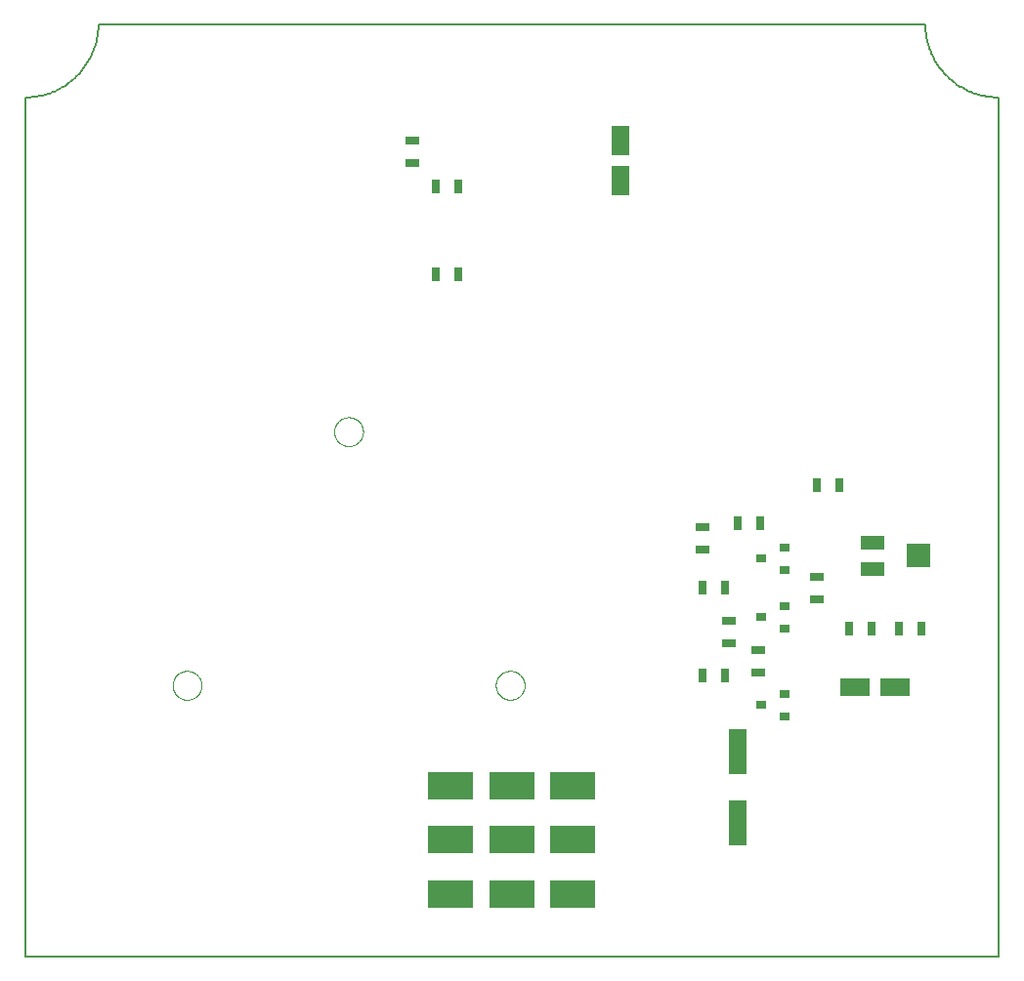
<source format=gtp>
G75*
%MOIN*%
%OFA0B0*%
%FSLAX25Y25*%
%IPPOS*%
%LPD*%
%AMOC8*
5,1,8,0,0,1.08239X$1,22.5*
%
%ADD10C,0.00500*%
%ADD11R,0.09843X0.06299*%
%ADD12R,0.02756X0.05118*%
%ADD13R,0.03543X0.03150*%
%ADD14R,0.05118X0.02756*%
%ADD15R,0.06299X0.15748*%
%ADD16C,0.00000*%
%ADD17R,0.06299X0.09843*%
%ADD18R,0.07874X0.07874*%
%ADD19R,0.07874X0.05118*%
%ADD20R,0.15700X0.09800*%
D10*
X0001250Y0001250D02*
X0001250Y0294750D01*
X0001854Y0294757D01*
X0002458Y0294779D01*
X0003061Y0294816D01*
X0003663Y0294867D01*
X0004263Y0294932D01*
X0004862Y0295012D01*
X0005459Y0295107D01*
X0006053Y0295216D01*
X0006645Y0295339D01*
X0007233Y0295476D01*
X0007818Y0295628D01*
X0008399Y0295794D01*
X0008975Y0295974D01*
X0009548Y0296167D01*
X0010115Y0296375D01*
X0010677Y0296596D01*
X0011234Y0296830D01*
X0011785Y0297078D01*
X0012330Y0297339D01*
X0012868Y0297614D01*
X0013400Y0297901D01*
X0013924Y0298201D01*
X0014441Y0298513D01*
X0014950Y0298838D01*
X0015452Y0299175D01*
X0015945Y0299525D01*
X0016429Y0299886D01*
X0016905Y0300258D01*
X0017371Y0300642D01*
X0017828Y0301037D01*
X0018275Y0301443D01*
X0018713Y0301860D01*
X0019140Y0302287D01*
X0019557Y0302725D01*
X0019963Y0303172D01*
X0020358Y0303629D01*
X0020742Y0304095D01*
X0021114Y0304571D01*
X0021475Y0305055D01*
X0021825Y0305548D01*
X0022162Y0306050D01*
X0022487Y0306559D01*
X0022799Y0307076D01*
X0023099Y0307600D01*
X0023386Y0308132D01*
X0023661Y0308670D01*
X0023922Y0309215D01*
X0024170Y0309766D01*
X0024404Y0310323D01*
X0024625Y0310885D01*
X0024833Y0311452D01*
X0025026Y0312025D01*
X0025206Y0312601D01*
X0025372Y0313182D01*
X0025524Y0313767D01*
X0025661Y0314355D01*
X0025784Y0314947D01*
X0025893Y0315541D01*
X0025988Y0316138D01*
X0026068Y0316737D01*
X0026133Y0317337D01*
X0026184Y0317939D01*
X0026221Y0318542D01*
X0026243Y0319146D01*
X0026250Y0319750D01*
X0308350Y0319750D01*
X0308357Y0319146D01*
X0308379Y0318542D01*
X0308416Y0317939D01*
X0308467Y0317337D01*
X0308532Y0316737D01*
X0308612Y0316138D01*
X0308707Y0315541D01*
X0308816Y0314947D01*
X0308939Y0314355D01*
X0309076Y0313767D01*
X0309228Y0313182D01*
X0309394Y0312601D01*
X0309574Y0312025D01*
X0309767Y0311452D01*
X0309975Y0310885D01*
X0310196Y0310323D01*
X0310430Y0309766D01*
X0310678Y0309215D01*
X0310939Y0308670D01*
X0311214Y0308132D01*
X0311501Y0307600D01*
X0311801Y0307076D01*
X0312113Y0306559D01*
X0312438Y0306050D01*
X0312775Y0305548D01*
X0313125Y0305055D01*
X0313486Y0304571D01*
X0313858Y0304095D01*
X0314242Y0303629D01*
X0314637Y0303172D01*
X0315043Y0302725D01*
X0315460Y0302287D01*
X0315887Y0301860D01*
X0316325Y0301443D01*
X0316772Y0301037D01*
X0317229Y0300642D01*
X0317695Y0300258D01*
X0318171Y0299886D01*
X0318655Y0299525D01*
X0319148Y0299175D01*
X0319650Y0298838D01*
X0320159Y0298513D01*
X0320676Y0298201D01*
X0321200Y0297901D01*
X0321732Y0297614D01*
X0322270Y0297339D01*
X0322815Y0297078D01*
X0323366Y0296830D01*
X0323923Y0296596D01*
X0324485Y0296375D01*
X0325052Y0296167D01*
X0325625Y0295974D01*
X0326201Y0295794D01*
X0326782Y0295628D01*
X0327367Y0295476D01*
X0327955Y0295339D01*
X0328547Y0295216D01*
X0329141Y0295107D01*
X0329738Y0295012D01*
X0330337Y0294932D01*
X0330937Y0294867D01*
X0331539Y0294816D01*
X0332142Y0294779D01*
X0332746Y0294757D01*
X0333350Y0294750D01*
X0333350Y0001250D01*
X0001250Y0001250D01*
D11*
X0284360Y0093250D03*
X0298140Y0093250D03*
D12*
X0299510Y0113250D03*
X0306990Y0113250D03*
X0289990Y0113250D03*
X0282510Y0113250D03*
X0251990Y0149250D03*
X0244510Y0149250D03*
X0239990Y0127250D03*
X0232510Y0127250D03*
X0232510Y0097250D03*
X0239990Y0097250D03*
X0271510Y0162250D03*
X0278990Y0162250D03*
X0148990Y0234250D03*
X0141510Y0234250D03*
X0141510Y0264250D03*
X0148990Y0264250D03*
D13*
X0260187Y0140990D03*
X0260187Y0133510D03*
X0252313Y0137250D03*
X0260187Y0120990D03*
X0260187Y0113510D03*
X0252313Y0117250D03*
X0260187Y0090990D03*
X0260187Y0083510D03*
X0252313Y0087250D03*
D14*
X0251250Y0098510D03*
X0251250Y0105990D03*
X0241250Y0108510D03*
X0241250Y0115990D03*
X0232250Y0140510D03*
X0232250Y0147990D03*
X0271250Y0130990D03*
X0271250Y0123510D03*
X0133250Y0272510D03*
X0133250Y0279990D03*
D15*
X0244250Y0071455D03*
X0244250Y0047045D03*
D16*
X0161809Y0093998D02*
X0161811Y0094138D01*
X0161817Y0094278D01*
X0161827Y0094417D01*
X0161841Y0094556D01*
X0161859Y0094695D01*
X0161880Y0094833D01*
X0161906Y0094971D01*
X0161936Y0095108D01*
X0161969Y0095243D01*
X0162007Y0095378D01*
X0162048Y0095512D01*
X0162093Y0095645D01*
X0162141Y0095776D01*
X0162194Y0095905D01*
X0162250Y0096034D01*
X0162309Y0096160D01*
X0162373Y0096285D01*
X0162439Y0096408D01*
X0162510Y0096529D01*
X0162583Y0096648D01*
X0162660Y0096765D01*
X0162741Y0096879D01*
X0162824Y0096991D01*
X0162911Y0097101D01*
X0163001Y0097209D01*
X0163093Y0097313D01*
X0163189Y0097415D01*
X0163288Y0097515D01*
X0163389Y0097611D01*
X0163493Y0097705D01*
X0163600Y0097795D01*
X0163709Y0097882D01*
X0163821Y0097967D01*
X0163935Y0098048D01*
X0164051Y0098126D01*
X0164169Y0098200D01*
X0164290Y0098271D01*
X0164412Y0098339D01*
X0164537Y0098403D01*
X0164663Y0098464D01*
X0164790Y0098521D01*
X0164920Y0098574D01*
X0165051Y0098624D01*
X0165183Y0098669D01*
X0165316Y0098712D01*
X0165451Y0098750D01*
X0165586Y0098784D01*
X0165723Y0098815D01*
X0165860Y0098842D01*
X0165998Y0098864D01*
X0166137Y0098883D01*
X0166276Y0098898D01*
X0166415Y0098909D01*
X0166555Y0098916D01*
X0166695Y0098919D01*
X0166835Y0098918D01*
X0166975Y0098913D01*
X0167114Y0098904D01*
X0167254Y0098891D01*
X0167393Y0098874D01*
X0167531Y0098853D01*
X0167669Y0098829D01*
X0167806Y0098800D01*
X0167942Y0098768D01*
X0168077Y0098731D01*
X0168211Y0098691D01*
X0168344Y0098647D01*
X0168475Y0098599D01*
X0168605Y0098548D01*
X0168734Y0098493D01*
X0168861Y0098434D01*
X0168986Y0098371D01*
X0169109Y0098306D01*
X0169231Y0098236D01*
X0169350Y0098163D01*
X0169468Y0098087D01*
X0169583Y0098008D01*
X0169696Y0097925D01*
X0169806Y0097839D01*
X0169914Y0097750D01*
X0170019Y0097658D01*
X0170122Y0097563D01*
X0170222Y0097465D01*
X0170319Y0097365D01*
X0170413Y0097261D01*
X0170505Y0097155D01*
X0170593Y0097047D01*
X0170678Y0096936D01*
X0170760Y0096822D01*
X0170839Y0096706D01*
X0170914Y0096589D01*
X0170986Y0096469D01*
X0171054Y0096347D01*
X0171119Y0096223D01*
X0171181Y0096097D01*
X0171239Y0095970D01*
X0171293Y0095841D01*
X0171344Y0095710D01*
X0171390Y0095578D01*
X0171433Y0095445D01*
X0171473Y0095311D01*
X0171508Y0095176D01*
X0171540Y0095039D01*
X0171567Y0094902D01*
X0171591Y0094764D01*
X0171611Y0094626D01*
X0171627Y0094487D01*
X0171639Y0094347D01*
X0171647Y0094208D01*
X0171651Y0094068D01*
X0171651Y0093928D01*
X0171647Y0093788D01*
X0171639Y0093649D01*
X0171627Y0093509D01*
X0171611Y0093370D01*
X0171591Y0093232D01*
X0171567Y0093094D01*
X0171540Y0092957D01*
X0171508Y0092820D01*
X0171473Y0092685D01*
X0171433Y0092551D01*
X0171390Y0092418D01*
X0171344Y0092286D01*
X0171293Y0092155D01*
X0171239Y0092026D01*
X0171181Y0091899D01*
X0171119Y0091773D01*
X0171054Y0091649D01*
X0170986Y0091527D01*
X0170914Y0091407D01*
X0170839Y0091290D01*
X0170760Y0091174D01*
X0170678Y0091060D01*
X0170593Y0090949D01*
X0170505Y0090841D01*
X0170413Y0090735D01*
X0170319Y0090631D01*
X0170222Y0090531D01*
X0170122Y0090433D01*
X0170019Y0090338D01*
X0169914Y0090246D01*
X0169806Y0090157D01*
X0169696Y0090071D01*
X0169583Y0089988D01*
X0169468Y0089909D01*
X0169350Y0089833D01*
X0169231Y0089760D01*
X0169109Y0089690D01*
X0168986Y0089625D01*
X0168861Y0089562D01*
X0168734Y0089503D01*
X0168605Y0089448D01*
X0168475Y0089397D01*
X0168344Y0089349D01*
X0168211Y0089305D01*
X0168077Y0089265D01*
X0167942Y0089228D01*
X0167806Y0089196D01*
X0167669Y0089167D01*
X0167531Y0089143D01*
X0167393Y0089122D01*
X0167254Y0089105D01*
X0167114Y0089092D01*
X0166975Y0089083D01*
X0166835Y0089078D01*
X0166695Y0089077D01*
X0166555Y0089080D01*
X0166415Y0089087D01*
X0166276Y0089098D01*
X0166137Y0089113D01*
X0165998Y0089132D01*
X0165860Y0089154D01*
X0165723Y0089181D01*
X0165586Y0089212D01*
X0165451Y0089246D01*
X0165316Y0089284D01*
X0165183Y0089327D01*
X0165051Y0089372D01*
X0164920Y0089422D01*
X0164790Y0089475D01*
X0164663Y0089532D01*
X0164537Y0089593D01*
X0164412Y0089657D01*
X0164290Y0089725D01*
X0164169Y0089796D01*
X0164051Y0089870D01*
X0163935Y0089948D01*
X0163821Y0090029D01*
X0163709Y0090114D01*
X0163600Y0090201D01*
X0163493Y0090291D01*
X0163389Y0090385D01*
X0163288Y0090481D01*
X0163189Y0090581D01*
X0163093Y0090683D01*
X0163001Y0090787D01*
X0162911Y0090895D01*
X0162824Y0091005D01*
X0162741Y0091117D01*
X0162660Y0091231D01*
X0162583Y0091348D01*
X0162510Y0091467D01*
X0162439Y0091588D01*
X0162373Y0091711D01*
X0162309Y0091836D01*
X0162250Y0091962D01*
X0162194Y0092091D01*
X0162141Y0092220D01*
X0162093Y0092351D01*
X0162048Y0092484D01*
X0162007Y0092618D01*
X0161969Y0092753D01*
X0161936Y0092888D01*
X0161906Y0093025D01*
X0161880Y0093163D01*
X0161859Y0093301D01*
X0161841Y0093440D01*
X0161827Y0093579D01*
X0161817Y0093718D01*
X0161811Y0093858D01*
X0161809Y0093998D01*
X0106691Y0180612D02*
X0106693Y0180752D01*
X0106699Y0180892D01*
X0106709Y0181031D01*
X0106723Y0181170D01*
X0106741Y0181309D01*
X0106762Y0181447D01*
X0106788Y0181585D01*
X0106818Y0181722D01*
X0106851Y0181857D01*
X0106889Y0181992D01*
X0106930Y0182126D01*
X0106975Y0182259D01*
X0107023Y0182390D01*
X0107076Y0182519D01*
X0107132Y0182648D01*
X0107191Y0182774D01*
X0107255Y0182899D01*
X0107321Y0183022D01*
X0107392Y0183143D01*
X0107465Y0183262D01*
X0107542Y0183379D01*
X0107623Y0183493D01*
X0107706Y0183605D01*
X0107793Y0183715D01*
X0107883Y0183823D01*
X0107975Y0183927D01*
X0108071Y0184029D01*
X0108170Y0184129D01*
X0108271Y0184225D01*
X0108375Y0184319D01*
X0108482Y0184409D01*
X0108591Y0184496D01*
X0108703Y0184581D01*
X0108817Y0184662D01*
X0108933Y0184740D01*
X0109051Y0184814D01*
X0109172Y0184885D01*
X0109294Y0184953D01*
X0109419Y0185017D01*
X0109545Y0185078D01*
X0109672Y0185135D01*
X0109802Y0185188D01*
X0109933Y0185238D01*
X0110065Y0185283D01*
X0110198Y0185326D01*
X0110333Y0185364D01*
X0110468Y0185398D01*
X0110605Y0185429D01*
X0110742Y0185456D01*
X0110880Y0185478D01*
X0111019Y0185497D01*
X0111158Y0185512D01*
X0111297Y0185523D01*
X0111437Y0185530D01*
X0111577Y0185533D01*
X0111717Y0185532D01*
X0111857Y0185527D01*
X0111996Y0185518D01*
X0112136Y0185505D01*
X0112275Y0185488D01*
X0112413Y0185467D01*
X0112551Y0185443D01*
X0112688Y0185414D01*
X0112824Y0185382D01*
X0112959Y0185345D01*
X0113093Y0185305D01*
X0113226Y0185261D01*
X0113357Y0185213D01*
X0113487Y0185162D01*
X0113616Y0185107D01*
X0113743Y0185048D01*
X0113868Y0184985D01*
X0113991Y0184920D01*
X0114113Y0184850D01*
X0114232Y0184777D01*
X0114350Y0184701D01*
X0114465Y0184622D01*
X0114578Y0184539D01*
X0114688Y0184453D01*
X0114796Y0184364D01*
X0114901Y0184272D01*
X0115004Y0184177D01*
X0115104Y0184079D01*
X0115201Y0183979D01*
X0115295Y0183875D01*
X0115387Y0183769D01*
X0115475Y0183661D01*
X0115560Y0183550D01*
X0115642Y0183436D01*
X0115721Y0183320D01*
X0115796Y0183203D01*
X0115868Y0183083D01*
X0115936Y0182961D01*
X0116001Y0182837D01*
X0116063Y0182711D01*
X0116121Y0182584D01*
X0116175Y0182455D01*
X0116226Y0182324D01*
X0116272Y0182192D01*
X0116315Y0182059D01*
X0116355Y0181925D01*
X0116390Y0181790D01*
X0116422Y0181653D01*
X0116449Y0181516D01*
X0116473Y0181378D01*
X0116493Y0181240D01*
X0116509Y0181101D01*
X0116521Y0180961D01*
X0116529Y0180822D01*
X0116533Y0180682D01*
X0116533Y0180542D01*
X0116529Y0180402D01*
X0116521Y0180263D01*
X0116509Y0180123D01*
X0116493Y0179984D01*
X0116473Y0179846D01*
X0116449Y0179708D01*
X0116422Y0179571D01*
X0116390Y0179434D01*
X0116355Y0179299D01*
X0116315Y0179165D01*
X0116272Y0179032D01*
X0116226Y0178900D01*
X0116175Y0178769D01*
X0116121Y0178640D01*
X0116063Y0178513D01*
X0116001Y0178387D01*
X0115936Y0178263D01*
X0115868Y0178141D01*
X0115796Y0178021D01*
X0115721Y0177904D01*
X0115642Y0177788D01*
X0115560Y0177674D01*
X0115475Y0177563D01*
X0115387Y0177455D01*
X0115295Y0177349D01*
X0115201Y0177245D01*
X0115104Y0177145D01*
X0115004Y0177047D01*
X0114901Y0176952D01*
X0114796Y0176860D01*
X0114688Y0176771D01*
X0114578Y0176685D01*
X0114465Y0176602D01*
X0114350Y0176523D01*
X0114232Y0176447D01*
X0114113Y0176374D01*
X0113991Y0176304D01*
X0113868Y0176239D01*
X0113743Y0176176D01*
X0113616Y0176117D01*
X0113487Y0176062D01*
X0113357Y0176011D01*
X0113226Y0175963D01*
X0113093Y0175919D01*
X0112959Y0175879D01*
X0112824Y0175842D01*
X0112688Y0175810D01*
X0112551Y0175781D01*
X0112413Y0175757D01*
X0112275Y0175736D01*
X0112136Y0175719D01*
X0111996Y0175706D01*
X0111857Y0175697D01*
X0111717Y0175692D01*
X0111577Y0175691D01*
X0111437Y0175694D01*
X0111297Y0175701D01*
X0111158Y0175712D01*
X0111019Y0175727D01*
X0110880Y0175746D01*
X0110742Y0175768D01*
X0110605Y0175795D01*
X0110468Y0175826D01*
X0110333Y0175860D01*
X0110198Y0175898D01*
X0110065Y0175941D01*
X0109933Y0175986D01*
X0109802Y0176036D01*
X0109672Y0176089D01*
X0109545Y0176146D01*
X0109419Y0176207D01*
X0109294Y0176271D01*
X0109172Y0176339D01*
X0109051Y0176410D01*
X0108933Y0176484D01*
X0108817Y0176562D01*
X0108703Y0176643D01*
X0108591Y0176728D01*
X0108482Y0176815D01*
X0108375Y0176905D01*
X0108271Y0176999D01*
X0108170Y0177095D01*
X0108071Y0177195D01*
X0107975Y0177297D01*
X0107883Y0177401D01*
X0107793Y0177509D01*
X0107706Y0177619D01*
X0107623Y0177731D01*
X0107542Y0177845D01*
X0107465Y0177962D01*
X0107392Y0178081D01*
X0107321Y0178202D01*
X0107255Y0178325D01*
X0107191Y0178450D01*
X0107132Y0178576D01*
X0107076Y0178705D01*
X0107023Y0178834D01*
X0106975Y0178965D01*
X0106930Y0179098D01*
X0106889Y0179232D01*
X0106851Y0179367D01*
X0106818Y0179502D01*
X0106788Y0179639D01*
X0106762Y0179777D01*
X0106741Y0179915D01*
X0106723Y0180054D01*
X0106709Y0180193D01*
X0106699Y0180332D01*
X0106693Y0180472D01*
X0106691Y0180612D01*
X0051573Y0093998D02*
X0051575Y0094138D01*
X0051581Y0094278D01*
X0051591Y0094417D01*
X0051605Y0094556D01*
X0051623Y0094695D01*
X0051644Y0094833D01*
X0051670Y0094971D01*
X0051700Y0095108D01*
X0051733Y0095243D01*
X0051771Y0095378D01*
X0051812Y0095512D01*
X0051857Y0095645D01*
X0051905Y0095776D01*
X0051958Y0095905D01*
X0052014Y0096034D01*
X0052073Y0096160D01*
X0052137Y0096285D01*
X0052203Y0096408D01*
X0052274Y0096529D01*
X0052347Y0096648D01*
X0052424Y0096765D01*
X0052505Y0096879D01*
X0052588Y0096991D01*
X0052675Y0097101D01*
X0052765Y0097209D01*
X0052857Y0097313D01*
X0052953Y0097415D01*
X0053052Y0097515D01*
X0053153Y0097611D01*
X0053257Y0097705D01*
X0053364Y0097795D01*
X0053473Y0097882D01*
X0053585Y0097967D01*
X0053699Y0098048D01*
X0053815Y0098126D01*
X0053933Y0098200D01*
X0054054Y0098271D01*
X0054176Y0098339D01*
X0054301Y0098403D01*
X0054427Y0098464D01*
X0054554Y0098521D01*
X0054684Y0098574D01*
X0054815Y0098624D01*
X0054947Y0098669D01*
X0055080Y0098712D01*
X0055215Y0098750D01*
X0055350Y0098784D01*
X0055487Y0098815D01*
X0055624Y0098842D01*
X0055762Y0098864D01*
X0055901Y0098883D01*
X0056040Y0098898D01*
X0056179Y0098909D01*
X0056319Y0098916D01*
X0056459Y0098919D01*
X0056599Y0098918D01*
X0056739Y0098913D01*
X0056878Y0098904D01*
X0057018Y0098891D01*
X0057157Y0098874D01*
X0057295Y0098853D01*
X0057433Y0098829D01*
X0057570Y0098800D01*
X0057706Y0098768D01*
X0057841Y0098731D01*
X0057975Y0098691D01*
X0058108Y0098647D01*
X0058239Y0098599D01*
X0058369Y0098548D01*
X0058498Y0098493D01*
X0058625Y0098434D01*
X0058750Y0098371D01*
X0058873Y0098306D01*
X0058995Y0098236D01*
X0059114Y0098163D01*
X0059232Y0098087D01*
X0059347Y0098008D01*
X0059460Y0097925D01*
X0059570Y0097839D01*
X0059678Y0097750D01*
X0059783Y0097658D01*
X0059886Y0097563D01*
X0059986Y0097465D01*
X0060083Y0097365D01*
X0060177Y0097261D01*
X0060269Y0097155D01*
X0060357Y0097047D01*
X0060442Y0096936D01*
X0060524Y0096822D01*
X0060603Y0096706D01*
X0060678Y0096589D01*
X0060750Y0096469D01*
X0060818Y0096347D01*
X0060883Y0096223D01*
X0060945Y0096097D01*
X0061003Y0095970D01*
X0061057Y0095841D01*
X0061108Y0095710D01*
X0061154Y0095578D01*
X0061197Y0095445D01*
X0061237Y0095311D01*
X0061272Y0095176D01*
X0061304Y0095039D01*
X0061331Y0094902D01*
X0061355Y0094764D01*
X0061375Y0094626D01*
X0061391Y0094487D01*
X0061403Y0094347D01*
X0061411Y0094208D01*
X0061415Y0094068D01*
X0061415Y0093928D01*
X0061411Y0093788D01*
X0061403Y0093649D01*
X0061391Y0093509D01*
X0061375Y0093370D01*
X0061355Y0093232D01*
X0061331Y0093094D01*
X0061304Y0092957D01*
X0061272Y0092820D01*
X0061237Y0092685D01*
X0061197Y0092551D01*
X0061154Y0092418D01*
X0061108Y0092286D01*
X0061057Y0092155D01*
X0061003Y0092026D01*
X0060945Y0091899D01*
X0060883Y0091773D01*
X0060818Y0091649D01*
X0060750Y0091527D01*
X0060678Y0091407D01*
X0060603Y0091290D01*
X0060524Y0091174D01*
X0060442Y0091060D01*
X0060357Y0090949D01*
X0060269Y0090841D01*
X0060177Y0090735D01*
X0060083Y0090631D01*
X0059986Y0090531D01*
X0059886Y0090433D01*
X0059783Y0090338D01*
X0059678Y0090246D01*
X0059570Y0090157D01*
X0059460Y0090071D01*
X0059347Y0089988D01*
X0059232Y0089909D01*
X0059114Y0089833D01*
X0058995Y0089760D01*
X0058873Y0089690D01*
X0058750Y0089625D01*
X0058625Y0089562D01*
X0058498Y0089503D01*
X0058369Y0089448D01*
X0058239Y0089397D01*
X0058108Y0089349D01*
X0057975Y0089305D01*
X0057841Y0089265D01*
X0057706Y0089228D01*
X0057570Y0089196D01*
X0057433Y0089167D01*
X0057295Y0089143D01*
X0057157Y0089122D01*
X0057018Y0089105D01*
X0056878Y0089092D01*
X0056739Y0089083D01*
X0056599Y0089078D01*
X0056459Y0089077D01*
X0056319Y0089080D01*
X0056179Y0089087D01*
X0056040Y0089098D01*
X0055901Y0089113D01*
X0055762Y0089132D01*
X0055624Y0089154D01*
X0055487Y0089181D01*
X0055350Y0089212D01*
X0055215Y0089246D01*
X0055080Y0089284D01*
X0054947Y0089327D01*
X0054815Y0089372D01*
X0054684Y0089422D01*
X0054554Y0089475D01*
X0054427Y0089532D01*
X0054301Y0089593D01*
X0054176Y0089657D01*
X0054054Y0089725D01*
X0053933Y0089796D01*
X0053815Y0089870D01*
X0053699Y0089948D01*
X0053585Y0090029D01*
X0053473Y0090114D01*
X0053364Y0090201D01*
X0053257Y0090291D01*
X0053153Y0090385D01*
X0053052Y0090481D01*
X0052953Y0090581D01*
X0052857Y0090683D01*
X0052765Y0090787D01*
X0052675Y0090895D01*
X0052588Y0091005D01*
X0052505Y0091117D01*
X0052424Y0091231D01*
X0052347Y0091348D01*
X0052274Y0091467D01*
X0052203Y0091588D01*
X0052137Y0091711D01*
X0052073Y0091836D01*
X0052014Y0091962D01*
X0051958Y0092091D01*
X0051905Y0092220D01*
X0051857Y0092351D01*
X0051812Y0092484D01*
X0051771Y0092618D01*
X0051733Y0092753D01*
X0051700Y0092888D01*
X0051670Y0093025D01*
X0051644Y0093163D01*
X0051623Y0093301D01*
X0051605Y0093440D01*
X0051591Y0093579D01*
X0051581Y0093718D01*
X0051575Y0093858D01*
X0051573Y0093998D01*
D17*
X0204250Y0266360D03*
X0204250Y0280140D03*
D18*
X0306124Y0138250D03*
D19*
X0290376Y0133722D03*
X0290376Y0142778D03*
D20*
X0188150Y0059750D03*
X0188150Y0041250D03*
X0188150Y0022750D03*
X0167250Y0022750D03*
X0167250Y0041250D03*
X0167250Y0059750D03*
X0146350Y0059750D03*
X0146350Y0041250D03*
X0146350Y0022750D03*
M02*

</source>
